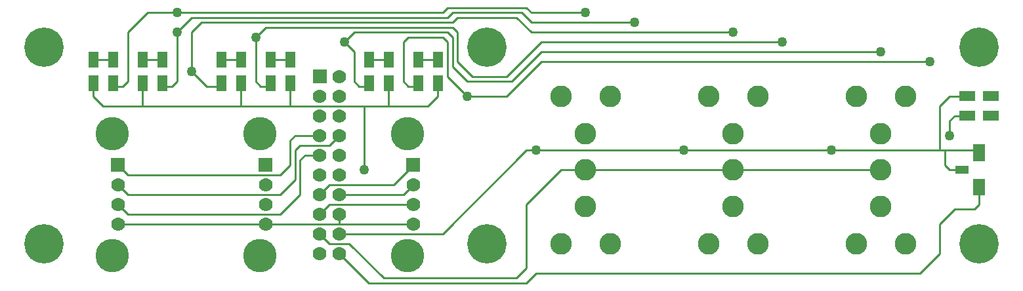
<source format=gbr>
G04 start of page 2 for group 0 idx 0 *
G04 Title: (unknown), top *
G04 Creator: pcb 4.2.2 *
G04 CreationDate: Tue May 11 21:17:39 2021 UTC *
G04 For: thomasc *
G04 Format: Gerber/RS-274X *
G04 PCB-Dimensions (mil): 5250.00 1500.00 *
G04 PCB-Coordinate-Origin: lower left *
%MOIN*%
%FSLAX25Y25*%
%LNTOP*%
%ADD22C,0.1250*%
%ADD21C,0.1360*%
%ADD20C,0.0730*%
%ADD19C,0.0420*%
%ADD18C,0.0280*%
%ADD17C,0.0500*%
%ADD16C,0.2000*%
%ADD15C,0.1700*%
%ADD14C,0.0001*%
%ADD13C,0.1100*%
%ADD12C,0.0700*%
%ADD11C,0.0100*%
G54D11*X115000Y118500D02*X125000D01*
Y106500D02*Y95000D01*
X140000Y105000D02*X135000D01*
X132500Y107500D01*
X75000Y106500D02*Y95000D01*
X60000Y105000D02*X65000D01*
X85000D02*X90000D01*
X92500Y107500D01*
X115000Y105000D02*X107500D01*
X100000Y112500D01*
X65000Y105000D02*X67500Y107500D01*
X50000Y118500D02*X60000D01*
X75000D02*X85000D01*
X92500Y132500D02*X100000Y140000D01*
Y132500D02*X105000Y137500D01*
X145000Y60000D02*X67500D01*
X62500Y65000D01*
X145000Y50000D02*X67500D01*
X62500Y55000D01*
X145000Y40000D02*X67500D01*
X62500Y45000D01*
X50000Y106500D02*Y100000D01*
X67500Y107500D02*Y132500D01*
X77500Y142500D01*
X92500Y107500D02*Y132500D01*
X100000Y112500D02*Y132500D01*
X50000Y100000D02*X55000Y95000D01*
X132500Y107500D02*Y130000D01*
X137500Y135000D01*
X62500Y35000D02*X212500D01*
X175000Y40000D02*Y35000D01*
X187500Y62500D02*Y95000D01*
X55000D02*X220000D01*
X200000Y106500D02*Y95000D01*
X140000Y118500D02*X150000D01*
X165000Y80000D02*X152500D01*
X150000Y106500D02*Y95000D01*
X210000Y105000D02*X207500Y107500D01*
X77500Y142500D02*X227500D01*
X230000Y145000D01*
X100000Y140000D02*X230000D01*
X105000Y137500D02*X232500D01*
X137500Y135000D02*X232500D01*
X182500Y132500D02*X230000D01*
X232500Y130000D01*
X210000D02*X227500D01*
X190000Y105000D02*X185000D01*
X182500Y107500D01*
Y122500D01*
X177500Y127500D01*
X182500Y132500D01*
X232500Y130000D02*Y115000D01*
X215000Y105000D02*X210000D01*
X207500Y127500D02*X210000Y130000D01*
X227500D02*X230000Y127500D01*
Y110000D01*
X207500Y107500D02*Y127500D01*
X152500Y80000D02*X150000Y77500D01*
X175000Y80000D02*X170000Y75000D01*
X155000D01*
X152500Y72500D01*
X165000Y70000D02*X157500D01*
X155000Y67500D01*
X170000Y55000D02*X202500D01*
X212500Y65000D01*
X175000Y50000D02*X207500D01*
X170000Y45000D02*X212500D01*
X207500Y50000D02*X212500Y55000D01*
X190000Y118500D02*X200000D01*
X215000D02*X225000D01*
X220000Y95000D02*X225000Y100000D01*
Y106500D01*
X150000Y77500D02*Y65000D01*
X152500Y72500D02*Y57500D01*
X150000Y65000D02*X145000Y60000D01*
X152500Y57500D02*X145000Y50000D01*
X155000Y67500D02*Y50000D01*
X145000Y40000D01*
X165000Y50000D02*X170000Y55000D01*
X165000Y40000D02*X170000Y45000D01*
X165000Y30000D02*X170000Y25000D01*
X180000D02*X197500Y7500D01*
X175000Y20000D02*X190000Y5000D01*
X230000Y145000D02*X270000D01*
X230000Y140000D02*X232500Y142500D01*
Y137500D02*X235000Y140000D01*
X232500Y135000D02*X235000Y132500D01*
X232500Y142500D02*X267500D01*
X235000Y140000D02*X265000D01*
X235000Y132500D02*Y117500D01*
X242500Y110000D01*
X232500Y115000D02*X240000Y107500D01*
X230000Y110000D02*X240000Y100000D01*
Y107500D02*X262500D01*
X242500Y110000D02*X260000D01*
X240000Y100000D02*X260000D01*
X277500Y117500D01*
X170000Y25000D02*X180000D01*
X175000Y30000D02*X227500D01*
X197500Y7500D02*X265000D01*
X227500Y30000D02*X270000Y72500D01*
X190000Y5000D02*X270000D01*
X265000Y7500D02*X270000Y12500D01*
Y45000D01*
X287500Y62500D01*
X270000Y5000D02*X275000Y10000D01*
X270000Y145000D02*X272500Y142500D01*
X267500D02*X272500Y137500D01*
X265000Y140000D02*X272500Y132500D01*
X260000Y110000D02*X277500Y127500D01*
X272500Y142500D02*X300000D01*
X272500Y137500D02*X325000D01*
X272500Y132500D02*X375000D01*
X277500Y127500D02*X400000D01*
X262500Y107500D02*X277500Y122500D01*
X450000D01*
X277500Y117500D02*X475000D01*
X480000Y95000D02*X485000Y100000D01*
X492500D01*
X480000Y95000D02*Y72500D01*
X485000Y80000D02*Y87500D01*
X487500Y90000D01*
X492500D01*
X287500Y62500D02*X450000D01*
X270000Y72500D02*X500000D01*
X275000Y10000D02*X470000D01*
X487500Y42500D02*X497500D01*
X500000Y45000D01*
Y53750D01*
X482500Y65000D02*X485000Y62500D01*
X491250D01*
X482500Y72500D02*Y65000D01*
X470000Y10000D02*X480000Y20000D01*
Y35000D01*
X487500Y42500D01*
G54D12*X62500Y45000D03*
X137500D03*
G54D13*X450000Y44000D03*
X375000D03*
X300000D03*
X287500Y25000D03*
X300000Y62500D03*
Y81000D03*
G54D14*G36*
X59000Y68500D02*Y61500D01*
X66000D01*
Y68500D01*
X59000D01*
G37*
G54D15*X59500Y81000D03*
G54D16*X25000Y125000D03*
G54D12*X62500Y55000D03*
G54D14*G36*
X134000Y68500D02*Y61500D01*
X141000D01*
Y68500D01*
X134000D01*
G37*
G54D12*X137500Y55000D03*
G54D15*X134500Y81000D03*
G54D12*X62500Y35000D03*
X137500D03*
X175000Y110000D03*
G54D14*G36*
X161500Y113500D02*Y106500D01*
X168500D01*
Y113500D01*
X161500D01*
G37*
G54D12*X165000Y100000D03*
Y90000D03*
X175000Y100000D03*
Y90000D03*
G54D13*X462500Y100000D03*
X437500D03*
X450000Y62500D03*
Y81000D03*
X387500Y100000D03*
X362500D03*
X312500D03*
X287500D03*
X375000Y62500D03*
Y81000D03*
X462500Y25000D03*
X437500D03*
X387500D03*
X362500D03*
X312500D03*
G54D16*X500000Y125000D03*
Y25000D03*
G54D15*X59500Y19000D03*
X134500D03*
G54D12*X175000Y80000D03*
X165000D03*
X175000Y70000D03*
X165000D03*
X175000Y60000D03*
X165000D03*
Y20000D03*
G54D16*X25000Y25000D03*
G54D14*G36*
X209000Y68500D02*Y61500D01*
X216000D01*
Y68500D01*
X209000D01*
G37*
G54D12*X212500Y55000D03*
Y45000D03*
Y35000D03*
G54D15*X209500Y19000D03*
Y81000D03*
G54D12*X175000Y50000D03*
X165000D03*
X175000Y40000D03*
X165000D03*
X175000Y30000D03*
X165000D03*
X175000Y20000D03*
G54D16*X250000Y125000D03*
Y25000D03*
G54D14*G36*
X227500Y122500D02*X222500D01*
Y114500D01*
X227500D01*
Y122500D01*
G37*
G36*
Y110500D02*X222500D01*
Y102500D01*
X227500D01*
Y110500D01*
G37*
G36*
X217500D02*X212500D01*
Y102500D01*
X217500D01*
Y110500D01*
G37*
G36*
Y122500D02*X212500D01*
Y114500D01*
X217500D01*
Y122500D01*
G37*
G36*
X202500D02*X197500D01*
Y114500D01*
X202500D01*
Y122500D01*
G37*
G36*
Y110500D02*X197500D01*
Y102500D01*
X202500D01*
Y110500D01*
G37*
G36*
X192500D02*X187500D01*
Y102500D01*
X192500D01*
Y110500D01*
G37*
G36*
Y122500D02*X187500D01*
Y114500D01*
X192500D01*
Y122500D01*
G37*
G36*
X127500D02*X122500D01*
Y114500D01*
X127500D01*
Y122500D01*
G37*
G36*
Y110500D02*X122500D01*
Y102500D01*
X127500D01*
Y110500D01*
G37*
G36*
X117500D02*X112500D01*
Y102500D01*
X117500D01*
Y110500D01*
G37*
G36*
Y122500D02*X112500D01*
Y114500D01*
X117500D01*
Y122500D01*
G37*
G36*
X152500D02*X147500D01*
Y114500D01*
X152500D01*
Y122500D01*
G37*
G36*
X142500D02*X137500D01*
Y114500D01*
X142500D01*
Y122500D01*
G37*
G36*
X152500Y110500D02*X147500D01*
Y102500D01*
X152500D01*
Y110500D01*
G37*
G36*
X142500D02*X137500D01*
Y102500D01*
X142500D01*
Y110500D01*
G37*
G36*
X52500Y122500D02*X47500D01*
Y114500D01*
X52500D01*
Y122500D01*
G37*
G36*
Y110500D02*X47500D01*
Y102500D01*
X52500D01*
Y110500D01*
G37*
G36*
X77500Y122500D02*X72500D01*
Y114500D01*
X77500D01*
Y122500D01*
G37*
G36*
Y110500D02*X72500D01*
Y102500D01*
X77500D01*
Y110500D01*
G37*
G36*
X62500D02*X57500D01*
Y102500D01*
X62500D01*
Y110500D01*
G37*
G36*
Y122500D02*X57500D01*
Y114500D01*
X62500D01*
Y122500D01*
G37*
G36*
X87500Y110500D02*X82500D01*
Y102500D01*
X87500D01*
Y110500D01*
G37*
G36*
Y122500D02*X82500D01*
Y114500D01*
X87500D01*
Y122500D01*
G37*
G36*
X503000Y58000D02*X497000D01*
Y49500D01*
X503000D01*
Y58000D01*
G37*
G36*
X488000Y64500D02*Y60500D01*
X494500D01*
Y64500D01*
X488000D01*
G37*
G36*
X503000Y75500D02*X497000D01*
Y67000D01*
X503000D01*
Y75500D01*
G37*
G36*
X490000Y102500D02*Y97500D01*
X498000D01*
Y102500D01*
X490000D01*
G37*
G36*
X502000D02*Y97500D01*
X510000D01*
Y102500D01*
X502000D01*
G37*
G36*
X490000Y92500D02*Y87500D01*
X498000D01*
Y92500D01*
X490000D01*
G37*
G36*
X502000D02*Y87500D01*
X510000D01*
Y92500D01*
X502000D01*
G37*
G54D17*X187500Y62500D03*
X92500Y132500D03*
Y142500D03*
X132500Y130000D03*
X100000Y112500D03*
X177500Y127500D03*
X275000Y72500D03*
X300000Y142500D03*
X325000Y137500D03*
X350000Y72500D03*
X425000D03*
X375000Y132500D03*
X400000Y127500D03*
X450000Y122500D03*
X240000Y100000D03*
X475000Y117500D03*
X485000Y80000D03*
G54D18*G54D19*G54D20*G54D19*G54D21*G54D22*G54D19*G54D21*G54D19*G54D20*G54D22*G54D21*G54D19*G54D22*G54D19*G54D21*G54D19*G54D22*M02*

</source>
